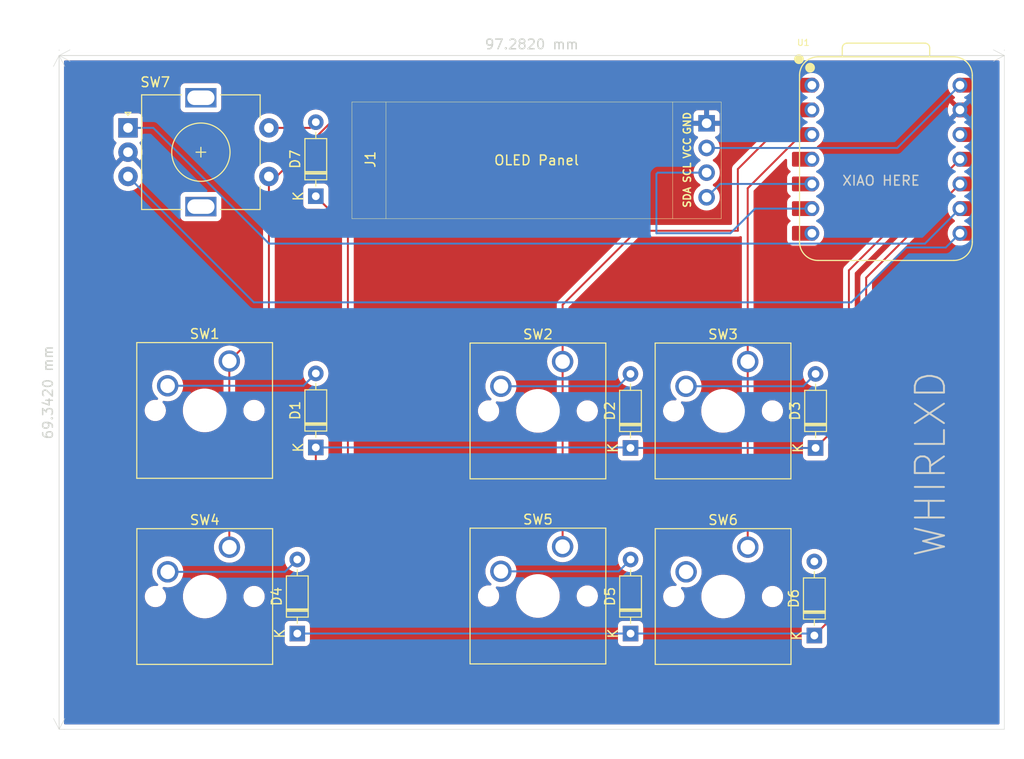
<source format=kicad_pcb>
(kicad_pcb (version 20240108) (generator "pcbnew") (generator_version "8.0")
  (layers (0 "F.Cu" signal) (31 "B.Cu" signal) (34 "B.Paste" user) (35 "F.Paste" user) (36 "B.SilkS" user "B.Silkscreen") (37 "F.SilkS" user "F.Silkscreen") (38 "B.Mask" user) (39 "F.Mask" user) (44 "Edge.Cuts" user))
  (net 0 "")
  (net 1 "R1")
  (net 2 "Net-(D1-A)")
  (net 3 "Net-(D2-A)")
  (net 4 "Net-(D3-A)")
  (net 5 "R2")
  (net 6 "Net-(D4-A)")
  (net 7 "Net-(D5-A)")
  (net 8 "Net-(D6-A)")
  (net 9 "Net-(D7-A)")
  (net 10 "C1")
  (net 11 "C2")
  (net 12 "C3")
  (net 13 "E2")
  (net 14 "E1")
  (net 15 "GND")
  (net 16 "SDA")
  (net 17 "+5V")
  (net 18 "SCL")
  (footprint "Diode_THT:D_DO-35_SOD27_P7.62mm_Horizontal" (layer "F.Cu") (at 109.855 118.16 90)
    (property "Reference" "D4" (at 3.81 -2.12 90) (layer "F.SilkS"))
    (property "Value" "D")
    (fp_line (start 5.93 -1.12) (end 1.69 -1.12) (stroke (width 0.12)) (layer "F.SilkS"))
    (fp_line (start 2.53 -1.12) (end 2.53 1.12) (stroke (width 0.12)) (layer "F.SilkS"))
    (fp_line (start 2.41 -1.12) (end 2.41 1.12) (stroke (width 0.12)) (layer "F.SilkS"))
    (fp_line (start 2.29 -1.12) (end 2.29 1.12) (stroke (width 0.12)) (layer "F.SilkS"))
    (fp_line (start 1.69 -1.12) (end 1.69 1.12) (stroke (width 0.12)) (layer "F.SilkS"))
    (fp_line (start 6.58 0) (end 5.93 0) (stroke (width 0.12)) (layer "F.SilkS"))
    (fp_line (start 1.04 0) (end 1.69 0) (stroke (width 0.12)) (layer "F.SilkS"))
    (fp_line (start 5.93 1.12) (end 5.93 -1.12) (stroke (width 0.12)) (layer "F.SilkS"))
    (fp_line (start 1.69 1.12) (end 5.93 1.12) (stroke (width 0.12)) (layer "F.SilkS"))
    (fp_text user "K" (at 0 -1.8 90) (layer "F.SilkS"))
    (pad "1" thru_hole rect (at 0 0 90) (size 1.6 1.6) (drill 0.8) (layers "*.Cu" "*.Mask") (net 5 "R2"))
    (pad "2" thru_hole oval (at 7.62 0 90) (size 1.6 1.6) (drill 0.8) (layers "*.Cu" "*.Mask") (net 6 "Net-(D4-A)"))
  )
  (footprint "Diode_THT:D_DO-35_SOD27_P7.62mm_Horizontal" (layer "F.Cu") (at 111.76 73.152 90)
    (property "Reference" "D7" (at 3.81 -2.12 90) (layer "F.SilkS"))
    (property "Value" "D")
    (fp_line (start 5.93 -1.12) (end 1.69 -1.12) (stroke (width 0.12)) (layer "F.SilkS"))
    (fp_line (start 2.53 -1.12) (end 2.53 1.12) (stroke (width 0.12)) (layer "F.SilkS"))
    (fp_line (start 2.41 -1.12) (end 2.41 1.12) (stroke (width 0.12)) (layer "F.SilkS"))
    (fp_line (start 2.29 -1.12) (end 2.29 1.12) (stroke (width 0.12)) (layer "F.SilkS"))
    (fp_line (start 1.69 -1.12) (end 1.69 1.12) (stroke (width 0.12)) (layer "F.SilkS"))
    (fp_line (start 6.58 0) (end 5.93 0) (stroke (width 0.12)) (layer "F.SilkS"))
    (fp_line (start 1.04 0) (end 1.69 0) (stroke (width 0.12)) (layer "F.SilkS"))
    (fp_line (start 5.93 1.12) (end 5.93 -1.12) (stroke (width 0.12)) (layer "F.SilkS"))
    (fp_line (start 1.69 1.12) (end 5.93 1.12) (stroke (width 0.12)) (layer "F.SilkS"))
    (fp_text user "K" (at 0 -1.8 90) (layer "F.SilkS"))
    (pad "1" thru_hole rect (at 0 0 90) (size 1.6 1.6) (drill 0.8) (layers "*.Cu" "*.Mask") (net 1 "R1"))
    (pad "2" thru_hole oval (at 7.62 0 90) (size 1.6 1.6) (drill 0.8) (layers "*.Cu" "*.Mask") (net 9 "Net-(D7-A)"))
  )
  (footprint "Diode_THT:D_DO-35_SOD27_P7.62mm_Horizontal" (layer "F.Cu") (at 163.195 99.06 90)
    (property "Reference" "D3" (at 3.81 -2.12 90) (layer "F.SilkS"))
    (property "Value" "D")
    (fp_line (start 5.93 -1.12) (end 1.69 -1.12) (stroke (width 0.12)) (layer "F.SilkS"))
    (fp_line (start 2.53 -1.12) (end 2.53 1.12) (stroke (width 0.12)) (layer "F.SilkS"))
    (fp_line (start 2.41 -1.12) (end 2.41 1.12) (stroke (width 0.12)) (layer "F.SilkS"))
    (fp_line (start 2.29 -1.12) (end 2.29 1.12) (stroke (width 0.12)) (layer "F.SilkS"))
    (fp_line (start 1.69 -1.12) (end 1.69 1.12) (stroke (width 0.12)) (layer "F.SilkS"))
    (fp_line (start 6.58 0) (end 5.93 0) (stroke (width 0.12)) (layer "F.SilkS"))
    (fp_line (start 1.04 0) (end 1.69 0) (stroke (width 0.12)) (layer "F.SilkS"))
    (fp_line (start 5.93 1.12) (end 5.93 -1.12) (stroke (width 0.12)) (layer "F.SilkS"))
    (fp_line (start 1.69 1.12) (end 5.93 1.12) (stroke (width 0.12)) (layer "F.SilkS"))
    (fp_text user "K" (at 0 -1.8 90) (layer "F.SilkS"))
    (pad "1" thru_hole rect (at 0 0 90) (size 1.6 1.6) (drill 0.8) (layers "*.Cu" "*.Mask") (net 1 "R1"))
    (pad "2" thru_hole oval (at 7.62 0 90) (size 1.6 1.6) (drill 0.8) (layers "*.Cu" "*.Mask") (net 4 "Net-(D3-A)"))
  )
  (footprint "Button_Switch_Keyboard:SW_Cherry_MX_1.00u_PCB" (layer "F.Cu") (at 102.86 90.12)
    (property "Reference" "SW1" (at -2.54 -2.794 0) (layer "F.SilkS"))
    (property "Value" "SW_Push")
    (fp_line (start -9.525 -1.905) (end 4.445 -1.905) (stroke (width 0.12)) (layer "F.SilkS"))
    (fp_line (start -9.525 12.065) (end -9.525 -1.905) (stroke (width 0.12)) (layer "F.SilkS"))
    (fp_line (start 4.445 -1.905) (end 4.445 12.065) (stroke (width 0.12)) (layer "F.SilkS"))
    (fp_line (start 4.445 12.065) (end -9.525 12.065) (stroke (width 0.12)) (layer "F.SilkS"))
    (pad "" np_thru_hole circle (at -7.62 5.08) (size 1.7 1.7) (drill 1.7) (layers "*.Cu" "*.Mask"))
    (pad "" np_thru_hole circle (at -2.54 5.08) (size 4 4) (drill 4) (layers "*.Cu" "*.Mask"))
    (pad "" np_thru_hole circle (at 2.54 5.08) (size 1.7 1.7) (drill 1.7) (layers "*.Cu" "*.Mask"))
    (pad "1" thru_hole circle (at 0 0) (size 2.2 2.2) (drill 1.5) (layers "*.Cu" "*.Mask") (net 10 "C1"))
    (pad "2" thru_hole circle (at -6.35 2.54) (size 2.2 2.2) (drill 1.5) (layers "*.Cu" "*.Mask") (net 2 "Net-(D1-A)"))
  )
  (footprint "Button_Switch_Keyboard:SW_Cherry_MX_1.00u_PCB" (layer "F.Cu") (at 102.87 109.27)
    (property "Reference" "SW4" (at -2.54 -2.794 0) (layer "F.SilkS"))
    (property "Value" "SW_Push")
    (fp_line (start -9.525 -1.905) (end 4.445 -1.905) (stroke (width 0.12)) (layer "F.SilkS"))
    (fp_line (start -9.525 12.065) (end -9.525 -1.905) (stroke (width 0.12)) (layer "F.SilkS"))
    (fp_line (start 4.445 -1.905) (end 4.445 12.065) (stroke (width 0.12)) (layer "F.SilkS"))
    (fp_line (start 4.445 12.065) (end -9.525 12.065) (stroke (width 0.12)) (layer "F.SilkS"))
    (pad "" np_thru_hole circle (at -7.62 5.08) (size 1.7 1.7) (drill 1.7) (layers "*.Cu" "*.Mask"))
    (pad "" np_thru_hole circle (at -2.54 5.08) (size 4 4) (drill 4) (layers "*.Cu" "*.Mask"))
    (pad "" np_thru_hole circle (at 2.54 5.08) (size 1.7 1.7) (drill 1.7) (layers "*.Cu" "*.Mask"))
    (pad "1" thru_hole circle (at 0 0) (size 2.2 2.2) (drill 1.5) (layers "*.Cu" "*.Mask") (net 10 "C1"))
    (pad "2" thru_hole circle (at -6.35 2.54) (size 2.2 2.2) (drill 1.5) (layers "*.Cu" "*.Mask") (net 6 "Net-(D4-A)"))
  )
  (footprint "Diode_THT:D_DO-35_SOD27_P7.62mm_Horizontal" (layer "F.Cu") (at 111.76 99.01 90)
    (property "Reference" "D1" (at 3.81 -2.12 90) (layer "F.SilkS"))
    (property "Value" "D")
    (fp_line (start 5.93 -1.12) (end 1.69 -1.12) (stroke (width 0.12)) (layer "F.SilkS"))
    (fp_line (start 2.53 -1.12) (end 2.53 1.12) (stroke (width 0.12)) (layer "F.SilkS"))
    (fp_line (start 2.41 -1.12) (end 2.41 1.12) (stroke (width 0.12)) (layer "F.SilkS"))
    (fp_line (start 2.29 -1.12) (end 2.29 1.12) (stroke (width 0.12)) (layer "F.SilkS"))
    (fp_line (start 1.69 -1.12) (end 1.69 1.12) (stroke (width 0.12)) (layer "F.SilkS"))
    (fp_line (start 6.58 0) (end 5.93 0) (stroke (width 0.12)) (layer "F.SilkS"))
    (fp_line (start 1.04 0) (end 1.69 0) (stroke (width 0.12)) (layer "F.SilkS"))
    (fp_line (start 5.93 1.12) (end 5.93 -1.12) (stroke (width 0.12)) (layer "F.SilkS"))
    (fp_line (start 1.69 1.12) (end 5.93 1.12) (stroke (width 0.12)) (layer "F.SilkS"))
    (fp_text user "K" (at 0 -1.8 90) (layer "F.SilkS"))
    (pad "1" thru_hole rect (at 0 0 90) (size 1.6 1.6) (drill 0.8) (layers "*.Cu" "*.Mask") (net 1 "R1"))
    (pad "2" thru_hole oval (at 7.62 0 90) (size 1.6 1.6) (drill 0.8) (layers "*.Cu" "*.Mask") (net 2 "Net-(D1-A)"))
  )
  (footprint "ScottoKeebs_Miscellaneous:SSD1306-0.91-OLED-4pin-128x32 (2)" (layer "F.Cu") (at 115.481 63.457)
    (property "Reference" "J1" (at 1.9 5.91 90) (layer "F.SilkS"))
    (property "Value" "OLED_128x32")
    (fp_line (start 0 0) (end 0 12) (stroke (width 0.04)) (layer "F.SilkS"))
    (fp_line (start 0 12) (end 38 12) (stroke (width 0.04)) (layer "F.SilkS"))
    (fp_line (start 3.5 0) (end 3.5 12) (stroke (width 0.04)) (layer "F.SilkS"))
    (fp_line (start 33 0) (end 33 12) (stroke (width 0.04)) (layer "F.SilkS"))
    (fp_line (start 38 0) (end 0 0) (stroke (width 0.04)) (layer "F.SilkS"))
    (fp_line (start 38 12) (end 38 0) (stroke (width 0.04)) (layer "F.SilkS"))
    (fp_text user "SCL" (at 34.5 7.27 -90) (layer "F.SilkS") (effects (font (size 0.75 0.75))))
    (fp_text user "VCC" (at 34.5 4.73 -90) (layer "F.SilkS") (effects (font (size 0.75 0.75))))
    (fp_text user "GND" (at 34.5 2.19 -90) (layer "F.SilkS") (effects (font (size 0.75 0.75))))
    (fp_text user "OLED Panel" (at 19 6 0) (layer "F.SilkS"))
    (fp_text user "SDA" (at 34.5 9.81 -90) (layer "F.SilkS") (effects (font (size 0.75 0.75))))
    (pad "1" thru_hole rect (at 36.5 2.19) (size 1.7 1.7) (drill 1) (layers "*.Cu" "*.Mask") (net 15 "GND"))
    (pad "2" thru_hole oval (at 36.5 4.73) (size 1.7 1.7) (drill 1) (layers "*.Cu" "*.Mask") (net 17 "+5V"))
    (pad "3" thru_hole oval (at 36.5 7.27) (size 1.7 1.7) (drill 1) (layers "*.Cu" "*.Mask") (net 18 "SCL"))
    (pad "4" thru_hole oval (at 36.5 9.81) (size 1.7 1.7) (drill 1) (layers "*.Cu" "*.Mask") (net 16 "SDA"))
  )
  (footprint "Diode_THT:D_DO-35_SOD27_P7.62mm_Horizontal" (layer "F.Cu") (at 163.068 118.364 90)
    (property "Reference" "D6" (at 3.81 -2.12 90) (layer "F.SilkS"))
    (property "Value" "D")
    (fp_line (start 5.93 -1.12) (end 1.69 -1.12) (stroke (width 0.12)) (layer "F.SilkS"))
    (fp_line (start 2.53 -1.12) (end 2.53 1.12) (stroke (width 0.12)) (layer "F.SilkS"))
    (fp_line (start 2.41 -1.12) (end 2.41 1.12) (stroke (width 0.12)) (layer "F.SilkS"))
    (fp_line (start 2.29 -1.12) (end 2.29 1.12) (stroke (width 0.12)) (layer "F.SilkS"))
    (fp_line (start 1.69 -1.12) (end 1.69 1.12) (stroke (width 0.12)) (layer "F.SilkS"))
    (fp_line (start 6.58 0) (end 5.93 0) (stroke (width 0.12)) (layer "F.SilkS"))
    (fp_line (start 1.04 0) (end 1.69 0) (stroke (width 0.12)) (layer "F.SilkS"))
    (fp_line (start 5.93 1.12) (end 5.93 -1.12) (stroke (width 0.12)) (layer "F.SilkS"))
    (fp_line (start 1.69 1.12) (end 5.93 1.12) (stroke (width 0.12)) (layer "F.SilkS"))
    (fp_text user "K" (at 0 -1.8 90) (layer "F.SilkS"))
    (pad "1" thru_hole rect (at 0 0 90) (size 1.6 1.6) (drill 0.8) (layers "*.Cu" "*.Mask") (net 5 "R2"))
    (pad "2" thru_hole oval (at 7.62 0 90) (size 1.6 1.6) (drill 0.8) (layers "*.Cu" "*.Mask") (net 8 "Net-(D6-A)"))
  )
  (footprint "Button_Switch_Keyboard:SW_Cherry_MX_1.00u_PCB" (layer "F.Cu") (at 137.16 90.17)
    (property "Reference" "SW2" (at -2.54 -2.794 0) (layer "F.SilkS"))
    (property "Value" "SW_Push")
    (fp_line (start -9.525 -1.905) (end 4.445 -1.905) (stroke (width 0.12)) (layer "F.SilkS"))
    (fp_line (start -9.525 12.065) (end -9.525 -1.905) (stroke (width 0.12)) (layer "F.SilkS"))
    (fp_line (start 4.445 -1.905) (end 4.445 12.065) (stroke (width 0.12)) (layer "F.SilkS"))
    (fp_line (start 4.445 12.065) (end -9.525 12.065) (stroke (width 0.12)) (layer "F.SilkS"))
    (pad "" np_thru_hole circle (at -7.62 5.08) (size 1.7 1.7) (drill 1.7) (layers "*.Cu" "*.Mask"))
    (pad "" np_thru_hole circle (at -2.54 5.08) (size 4 4) (drill 4) (layers "*.Cu" "*.Mask"))
    (pad "" np_thru_hole circle (at 2.54 5.08) (size 1.7 1.7) (drill 1.7) (layers "*.Cu" "*.Mask"))
    (pad "1" thru_hole circle (at 0 0) (size 2.2 2.2) (drill 1.5) (layers "*.Cu" "*.Mask") (net 11 "C2"))
    (pad "2" thru_hole circle (at -6.35 2.54) (size 2.2 2.2) (drill 1.5) (layers "*.Cu" "*.Mask") (net 3 "Net-(D2-A)"))
  )
  (footprint "Diode_THT:D_DO-35_SOD27_P7.62mm_Horizontal" (layer "F.Cu") (at 144.155 118.16 90)
    (property "Reference" "D5" (at 3.81 -2.12 90) (layer "F.SilkS"))
    (property "Value" "D")
    (fp_line (start 5.93 -1.12) (end 1.69 -1.12) (stroke (width 0.12)) (layer "F.SilkS"))
    (fp_line (start 2.53 -1.12) (end 2.53 1.12) (stroke (width 0.12)) (layer "F.SilkS"))
    (fp_line (start 2.41 -1.12) (end 2.41 1.12) (stroke (width 0.12)) (layer "F.SilkS"))
    (fp_line (start 2.29 -1.12) (end 2.29 1.12) (stroke (width 0.12)) (layer "F.SilkS"))
    (fp_line (start 1.69 -1.12) (end 1.69 1.12) (stroke (width 0.12)) (layer "F.SilkS"))
    (fp_line (start 6.58 0) (end 5.93 0) (stroke (width 0.12)) (layer "F.SilkS"))
    (fp_line (start 1.04 0) (end 1.69 0) (stroke (width 0.12)) (layer "F.SilkS"))
    (fp_line (start 5.93 1.12) (end 5.93 -1.12) (stroke (width 0.12)) (layer "F.SilkS"))
    (fp_line (start 1.69 1.12) (end 5.93 1.12) (stroke (width 0.12)) (layer "F.SilkS"))
    (fp_text user "K" (at 0 -1.8 90) (layer "F.SilkS"))
    (pad "1" thru_hole rect (at 0 0 90) (size 1.6 1.6) (drill 0.8) (layers "*.Cu" "*.Mask") (net 5 "R2"))
    (pad "2" thru_hole oval (at 7.62 0 90) (size 1.6 1.6) (drill 0.8) (layers "*.Cu" "*.Mask") (net 7 "Net-(D5-A)"))
  )
  (footprint "Button_Switch_Keyboard:SW_Cherry_MX_1.00u_PCB" (layer "F.Cu") (at 156.22 109.27)
    (property "Reference" "SW6" (at -2.54 -2.794 0) (layer "F.SilkS"))
    (property "Value" "SW_Push")
    (fp_line (start -9.525 -1.905) (end 4.445 -1.905) (stroke (width 0.12)) (layer "F.SilkS"))
    (fp_line (start -9.525 12.065) (end -9.525 -1.905) (stroke (width 0.12)) (layer "F.SilkS"))
    (fp_line (start 4.445 -1.905) (end 4.445 12.065) (stroke (width 0.12)) (layer "F.SilkS"))
    (fp_line (start 4.445 12.065) (end -9.525 12.065) (stroke (width 0.12)) (layer "F.SilkS"))
    (pad "" np_thru_hole circle (at -7.62 5.08) (size 1.7 1.7) (drill 1.7) (layers "*.Cu" "*.Mask"))
    (pad "" np_thru_hole circle (at -2.54 5.08) (size 4 4) (drill 4) (layers "*.Cu" "*.Mask"))
    (pad "" np_thru_hole circle (at 2.54 5.08) (size 1.7 1.7) (drill 1.7) (layers "*.Cu" "*.Mask"))
    (pad "1" thru_hole circle (at 0 0) (size 2.2 2.2) (drill 1.5) (layers "*.Cu" "*.Mask") (net 12 "C3"))
    (pad "2" thru_hole circle (at -6.35 2.54) (size 2.2 2.2) (drill 1.5) (layers "*.Cu" "*.Mask") (net 8 "Net-(D6-A)"))
  )
  (footprint "Rotary_Encoder:RotaryEncoder_Alps_EC11E-Switch_Vertical_H20mm" (layer "F.Cu") (at 92.434 66.12)
    (property "Reference" "SW7" (at 2.8 -4.7 0) (layer "F.SilkS"))
    (property "Value" "RotaryEncoder_Switch")
    (fp_line (start -0.3 -1.6) (end 0.3 -1.6) (stroke (width 0.12)) (layer "F.SilkS"))
    (fp_line (start 0 -1.3) (end -0.3 -1.6) (stroke (width 0.12)) (layer "F.SilkS"))
    (fp_line (start 0.3 -1.6) (end 0 -1.3) (stroke (width 0.12)) (layer "F.SilkS"))
    (fp_line (start 1.4 -3.4) (end 1.4 8.4) (stroke (width 0.12)) (layer "F.SilkS"))
    (fp_line (start 5.5 -3.4) (end 1.4 -3.4) (stroke (width 0.12)) (layer "F.SilkS"))
    (fp_line (start 5.5 8.4) (end 1.4 8.4) (stroke (width 0.12)) (layer "F.SilkS"))
    (fp_line (start 7 2.5) (end 8 2.5) (stroke (width 0.12)) (layer "F.SilkS"))
    (fp_line (start 7.5 2) (end 7.5 3) (stroke (width 0.12)) (layer "F.SilkS"))
    (fp_line (start 9.5 -3.4) (end 13.6 -3.4) (stroke (width 0.12)) (layer "F.SilkS"))
    (fp_line (start 13.6 -3.4) (end 13.6 -1) (stroke (width 0.12)) (layer "F.SilkS"))
    (fp_line (start 13.6 1.2) (end 13.6 3.8) (stroke (width 0.12)) (layer "F.SilkS"))
    (fp_line (start 13.6 6) (end 13.6 8.4) (stroke (width 0.12)) (layer "F.SilkS"))
    (fp_line (start 13.6 8.4) (end 9.5 8.4) (stroke (width 0.12)) (layer "F.SilkS"))
    (fp_circle (center 7.5 2.5) (end 10.5 2.5) (stroke (width 0.12)) (fill none) (layer "F.SilkS"))
    (pad "A" thru_hole rect (at 0 0) (size 2 2) (drill 1) (layers "*.Cu" "*.Mask") (net 14 "E1"))
    (pad "B" thru_hole circle (at 0 5) (size 2 2) (drill 1) (layers "*.Cu" "*.Mask") (net 13 "E2"))
    (pad "C" thru_hole circle (at 0 2.5) (size 2 2) (drill 1) (layers "*.Cu" "*.Mask") (net 15 "GND"))
    (pad "MP" thru_hole rect (at 7.5 -3.1) (size 3.2 2) (drill oval 2.8 1.5) (layers "*.Cu" "*.Mask"))
    (pad "MP" thru_hole rect (at 7.5 8.1) (size 3.2 2) (drill oval 2.8 1.5) (layers "*.Cu" "*.Mask"))
    (pad "S1" thru_hole circle (at 14.5 5) (size 2 2) (drill 1) (layers "*.Cu" "*.Mask") (net 10 "C1"))
    (pad "S2" thru_hole circle (at 14.5 0) (size 2 2) (drill 1) (layers "*.Cu" "*.Mask") (net 9 "Net-(D7-A)"))
  )
  (footprint "Button_Switch_Keyboard:SW_Cherry_MX_1.00u_PCB" (layer "F.Cu") (at 156.21 90.17)
    (property "Reference" "SW3" (at -2.54 -2.794 0) (layer "F.SilkS"))
    (property "Value" "SW_Push")
    (fp_line (start -9.525 -1.905) (end 4.445 -1.905) (stroke (width 0.12)) (layer "F.SilkS"))
    (fp_line (start -9.525 12.065) (end -9.525 -1.905) (stroke (width 0.12)) (layer "F.SilkS"))
    (fp_line (start 4.445 -1.905) (end 4.445 12.065) (stroke (width 0.12)) (layer "F.SilkS"))
    (fp_line (start 4.445 12.065) (end -9.525 12.065) (stroke (width 0.12)) (layer "F.SilkS"))
    (pad "" np_thru_hole circle (at -7.62 5.08) (size 1.7 1.7) (drill 1.7) (layers "*.Cu" "*.Mask"))
    (pad "" np_thru_hole circle (at -2.54 5.08) (size 4 4) (drill 4) (layers "*.Cu" "*.Mask"))
    (pad "" np_thru_hole circle (at 2.54 5.08) (size 1.7 1.7) (drill 1.7) (layers "*.Cu" "*.Mask"))
    (pad "1" thru_hole circle (at 0 0) (size 2.2 2.2) (drill 1.5) (layers "*.Cu" "*.Mask") (net 12 "C3"))
    (pad "2" thru_hole circle (at -6.35 2.54) (size 2.2 2.2) (drill 1.5) (layers "*.Cu" "*.Mask") (net 4 "Net-(D3-A)"))
  )
  (footprint "Button_Switch_Keyboard:SW_Cherry_MX_1.00u_PCB" (layer "F.Cu") (at 137.16 109.22)
    (property "Reference" "SW5" (at -2.54 -2.794 0) (layer "F.SilkS"))
    (property "Value" "SW_Push")
    (fp_line (start -9.525 -1.905) (end 4.445 -1.905) (stroke (width 0.12)) (layer "F.SilkS"))
    (fp_line (start -9.525 12.065) (end -9.525 -1.905) (stroke (width 0.12)) (layer "F.SilkS"))
    (fp_line (start 4.445 -1.905) (end 4.445 12.065) (stroke (width 0.12)) (layer "F.SilkS"))
    (fp_line (start 4.445 12.065) (end -9.525 12.065) (stroke (width 0.12)) (layer "F.SilkS"))
    (pad "" np_thru_hole circle (at -7.62 5.08) (size 1.7 1.7) (drill 1.7) (layers "*.Cu" "*.Mask"))
    (pad "" np_thru_hole circle (at -2.54 5.08) (size 4 4) (drill 4) (layers "*.Cu" "*.Mask"))
    (pad "" np_thru_hole circle (at 2.54 5.08) (size 1.7 1.7) (drill 1.7) (layers "*.Cu" "*.Mask"))
    (pad "1" thru_hole circle (at 0 0) (size 2.2 2.2) (drill 1.5) (layers "*.Cu" "*.Mask") (net 11 "C2"))
    (pad "2" thru_hole circle (at -6.35 2.54) (size 2.2 2.2) (drill 1.5) (layers "*.Cu" "*.Mask") (net 7 "Net-(D5-A)"))
  )
  (footprint "ScottoKeebs_Miscellaneous:XIAO-RP2040-DIP" (layer "F.Cu") (at 170.434 69.3485)
    (property "Reference" "U1" (at -8.5 -12 0) (layer "F.SilkS") (effects (font (size 0.635 0.635) (thickness 0.1016))))
    (property "Value" "MCU_Seeed_XIAO_RP2040")
    (fp_line (start -8.89 8.509) (end -8.89 -8.636) (stroke (width 0.127)) (layer "F.SilkS"))
    (fp_line (start -6.985 10.414) (end 6.985 10.414) (stroke (width 0.127)) (layer "F.SilkS"))
    (fp_line (start -4.495 -10.541) (end -4.491272 -11.451272) (stroke (width 0.127)) (layer "F.SilkS"))
    (fp_line (start -3.991272 -11.951) (end 4.004 -11.951) (stroke (width 0.127)) (layer "F.SilkS"))
    (fp_line (start 4.504 -11.451) (end 4.504 -10.541) (stroke (width 0.127)) (layer "F.SilkS"))
    (fp_line (start 6.985 -10.541) (end -6.985 -10.541) (stroke (width 0.1)) (layer "F.SilkS"))
    (fp_line (start 6.985 -10.541) (end -6.985 -10.541) (stroke (width 0.127)) (layer "F.SilkS"))
    (fp_line (start 8.89 8.509) (end 8.89 -8.636) (stroke (width 0.127)) (layer "F.SilkS"))
    (fp_arc (start -8.89 -8.636) (mid -8.332038 -9.983038) (end -6.985 -10.541) (stroke (width 0.127)) (layer "F.SilkS"))
    (fp_arc (start -6.985 10.414) (mid -8.332038 9.856038) (end -8.89 8.509) (stroke (width 0.127)) (layer "F.SilkS"))
    (fp_arc (start -4.491272 -11.451272) (mid -4.344724 -11.804644) (end -3.991272 -11.951) (stroke (width 0.127)) (layer "F.SilkS"))
    (fp_arc (start 4.004 -11.951) (mid 4.357553 -11.804553) (end 4.504 -11.451) (stroke (width 0.127)) (layer "F.SilkS"))
    (fp_arc (start 6.985 -10.541) (mid 8.332038 -9.983038) (end 8.89 -8.636) (stroke (width 0.127)) (layer "F.SilkS"))
    (fp_arc (start 8.89 8.509) (mid 8.332038 9.856038) (end 6.985 10.414) (stroke (width 0.127)) (layer "F.SilkS"))
    (fp_circle (center -8.95 -10.3) (end -8.95 -10.554) (stroke (width 0.5)) (fill solid) (layer "F.SilkS"))
    (fp_circle (center -7.807 -9.42) (end -7.807 -9.674) (stroke (width 0.5)) (fill solid) (layer "F.SilkS"))
    (pad "1" smd roundrect (at -8.455 -7.62 180) (size 2.432 1.524) (layers "F.Cu" "F.Mask") (roundrect_rratio 0.1) (net 10 "C1"))
    (pad "1" thru_hole circle (at -7.62 -7.62 180) (size 1.524 1.524) (drill 0.889) (layers "*.Cu" "*.Mask") (net 10 "C1"))
    (pad "2" smd roundrect (at -8.455 -5.08 180) (size 2.432 1.524) (layers "F.Cu" "F.Mask") (roundrect_rratio 0.1) (net 11 "C2"))
    (pad "2" thru_hole circle (at -7.62 -5.08 180) (size 1.524 1.524) (drill 0.889) (layers "*.Cu" "*.Mask") (net 11 "C2"))
    (pad "3" smd roundrect (at -8.455 -2.54 180) (size 2.432 1.524) (layers "F.Cu" "F.Mask") (roundrect_rratio 0.1) (net 12 "C3"))
    (pad "3" thru_hole circle (at -7.62 -2.54 180) (size 1.524 1.524) (drill 0.889) (layers "*.Cu" "*.Mask") (net 12 "C3"))
    (pad "4" smd roundrect (at -8.455 0 180) (size 2.432 1.524) (layers "F.Cu" "F.Mask") (roundrect_rratio 0.1))
    (pad "4" thru_hole circle (at -7.62 0 180) (size 1.524 1.524) (drill 0.889) (layers "*.Cu" "*.Mask"))
    (pad "5" smd roundrect (at -8.455 2.54 180) (size 2.432 1.524) (layers "F.Cu" "F.Mask") (roundrect_rratio 0.1) (net 16 "SDA"))
    (pad "5" thru_hole circle (at -7.62 2.54 180) (size 1.524 1.524) (drill 0.889) (layers "*.Cu" "*.Mask") (net 16 "SDA"))
    (pad "6" smd roundrect (at -8.455 5.08 180) (size 2.432 1.524) (layers "F.Cu" "F.Mask") (roundrect_rratio 0.1) (net 18 "SCL"))
    (pad "6" thru_hole circle (at -7.62 5.08 180) (size 1.524 1.524) (drill 0.889) (layers "*.Cu" "*.Mask") (net 18 "SCL"))
    (pad "7" smd roundrect (at -8.455 7.62 180) (size 2.432 1.524) (layers "F.Cu" "F.Mask") (roundrect_rratio 0.1))
    (pad "7" thru_hole circle (at -7.62 7.62 180) (size 1.524 1.524) (drill 0.889) (layers "*.Cu" "*.Mask"))
    (pad "8" thru_hole circle (at 7.62 7.62) (size 1.524 1.524) (drill 0.889) (layers "*.Cu" "*.Mask") (net 13 "E2"))
    (pad "8" smd roundrect (at 8.455 7.62) (size 2.432 1.524) (layers "F.Cu" "F.Mask") (roundrect_rratio 0.1) (net 13 "E2"))
    (pad "9" thru_hole circle (at 7.62 5.08) (size 1.524 1.524) (drill 0.889) (layers "*.Cu" "*.Mask") (net 14 "E1"))
    (pad "9" smd roundrect (at 8.455 5.08) (size 2.432 1.524) (layers "F.Cu" "F.Mask") (roundrect_rratio 0.1) (net 14 "E1"))
    (pad "10" thru_hole circle (at 7.62 2.54) (size 1.524 1.524) (drill 0.889) (layers "*.Cu" "*.Mask") (net 5 "R2"))
    (pad "10" smd roundrect (at 8.455 2.54) (size 2.432 1.524) (layers "F.Cu" "F.Mask") (roundrect_rratio 0.1) (net 5 "R2"))
    (pad "11" thru_hole circle (at 7.62 0) (size 1.524 1.524) (drill 0.889) (layers "*.Cu" "*.Mask") (net 1 "R1"))
    (pad "11" smd roundrect (at 8.455 0) (size 2.432 1.524) (layers "F.Cu" "F.Mask") (roundrect_rratio 0.1) (net 1 "R1"))
    (pad "12" thru_hole circle (at 7.62 -2.54) (size 1.524 1.524) (drill 0.889) (layers "*.Cu" "*.Mask"))
    (pad "12" smd roundrect (at 8.455 -2.54) (size 2.432 1.524) (layers "F.Cu" "F.Mask") (roundrect_rratio 0.1))
    (pad "13" thru_hole circle (at 7.62 -5.08) (size 1.524 1.524) (drill 0.889) (layers "*.Cu" "*.Mask") (net 15 "GND"))
    (pad "13" smd roundrect (at 8.455 -5.08) (size 2.432 1.524) (layers "F.Cu" "F.Mask") (roundrect_rratio 0.1) (net 15 "GND"))
    (pad "14" thru_hole circle (at 7.62 -7.62) (size 1.524 1.524) (drill 0.889) (layers "*.Cu" "*.Mask") (net 17 "+5V"))
    (pad "14" smd roundrect (at 8.455 -7.62) (size 2.432 1.524) (layers "F.Cu" "F.Mask") (roundrect_rratio 0.1) (net 17 "+5V"))
  )
  (footprint "Diode_THT:D_DO-35_SOD27_P7.62mm_Horizontal" (layer "F.Cu") (at 144.145 99.06 90)
    (property "Reference" "D2" (at 3.81 -2.12 90) (layer "F.SilkS"))
    (property "Value" "D")
    (fp_line (start 5.93 -1.12) (end 1.69 -1.12) (stroke (width 0.12)) (layer "F.SilkS"))
    (fp_line (start 2.53 -1.12) (end 2.53 1.12) (stroke (width 0.12)) (layer "F.SilkS"))
    (fp_line (start 2.41 -1.12) (end 2.41 1.12) (stroke (width 0.12)) (layer "F.SilkS"))
    (fp_line (start 2.29 -1.12) (end 2.29 1.12) (stroke (width 0.12)) (layer "F.SilkS"))
    (fp_line (start 1.69 -1.12) (end 1.69 1.12) (stroke (width 0.12)) (layer "F.SilkS"))
    (fp_line (start 6.58 0) (end 5.93 0) (stroke (width 0.12)) (layer "F.SilkS"))
    (fp_line (start 1.04 0) (end 1.69 0) (stroke (width 0.12)) (layer "F.SilkS"))
    (fp_line (start 5.93 1.12) (end 5.93 -1.12) (stroke (width 0.12)) (layer "F.SilkS"))
    (fp_line (start 1.69 1.12) (end 5.93 1.12) (stroke (width 0.12)) (layer "F.SilkS"))
    (fp_text user "K" (at 0 -1.8 90) (layer "F.SilkS"))
    (pad "1" thru_hole rect (at 0 0 90) (size 1.6 1.6) (drill 0.8) (layers "*.Cu" "*.Mask") (net 1 "R1"))
    (pad "2" thru_hole oval (at 7.62 0 90) (size 1.6 1.6) (drill 0.8) (layers "*.Cu" "*.Mask") (net 3 "Net-(D2-A)"))
  )
  (gr_rect (start 85.344 58.674) (end 182.626 128.016) (stroke (width 0.05)) (fill none) (layer "Edge.Cuts"))
  (gr_text "XIAO HERE" (at 165.862 72.136 0) (layer "Edge.Cuts") (effects (font (size 1 1)) (justify left bottom)))
  (gr_text "WHIRLXD" (at 176.784 110.49 90) (layer "Edge.Cuts") (effects (font (size 3 3) (thickness 0.2) (bold yes)) (justify left bottom)))
  (dimension (type aligned) (layer "Edge.Cuts") (pts (xy 85.344 58.674) (xy 182.626 58.674)) (height 0) (gr_text "97.2820 mm" (at 133.985 57.524 0) (layer "Edge.Cuts") (effects (font (size 1 1) (thickness 0.15)))) (format (prefix "") (suffix "") (units 3) (units_format 1) (precision 4)) (style (thickness 0.05) (arrow_length 1.27) (text_position_mode 0) (extension_height 0.58642) (extension_offset 0.5) keep_text_aligned))
  (dimension (type aligned) (layer "Edge.Cuts") (pts (xy 85.344 58.674) (xy 85.344 128.016)) (height 0) (gr_text "69.3420 mm" (at 84.194 93.345 90) (layer "Edge.Cuts") (effects (font (size 1 1) (thickness 0.15)))) (format (prefix "") (suffix "") (units 3) (units_format 1) (precision 4)) (style (thickness 0.05) (arrow_length 1.27) (text_position_mode 0) (extension_height 0.58642) (extension_offset 0.5) keep_text_aligned))
  (segment (start 111.76 101.346) (end 112.776 102.362) (width 0.2) (layer "F.Cu") (net 1))
  (segment (start 111.76 99.01) (end 111.76 101.346) (width 0.2) (layer "F.Cu") (net 1))
  (segment (start 115.062 76.454) (end 111.76 73.152) (width 0.2) (layer "F.Cu") (net 1))
  (segment (start 163.195 99.06) (end 166.624 95.631) (width 0.2) (layer "F.Cu") (net 1))
  (segment (start 112.776 102.362) (end 114.554 102.362) (width 0.2) (layer "F.Cu") (net 1))
  (segment (start 166.624 80.7785) (end 178.054 69.3485) (width 0.2) (layer "F.Cu") (net 1))
  (segment (start 114.554 102.362) (end 115.062 101.854) (width 0.2) (layer "F.Cu") (net 1))
  (segment (start 115.062 101.854) (end 115.062 76.454) (width 0.2) (layer "F.Cu") (net 1))
  (segment (start 166.624 95.631) (end 166.624 80.7785) (width 0.2) (layer "F.Cu") (net 1))
  (segment (start 144.145 99.06) (end 163.195 99.06) (width 0.2) (layer "B.Cu") (net 1))
  (segment (start 144.095 99.01) (end 144.145 99.06) (width 0.2) (layer "B.Cu") (net 1))
  (segment (start 111.76 99.01) (end 144.095 99.01) (width 0.2) (layer "B.Cu") (net 1))
  (segment (start 110.49 92.66) (end 111.76 91.39) (width 0.2) (layer "B.Cu") (net 2))
  (segment (start 96.51 92.66) (end 110.49 92.66) (width 0.2) (layer "B.Cu") (net 2))
  (segment (start 130.81 92.71) (end 142.875 92.71) (width 0.2) (layer "B.Cu") (net 3))
  (segment (start 142.875 92.71) (end 144.145 91.44) (width 0.2) (layer "B.Cu") (net 3))
  (segment (start 161.925 92.71) (end 163.195 91.44) (width 0.2) (layer "B.Cu") (net 4))
  (segment (start 149.86 92.71) (end 161.925 92.71) (width 0.2) (layer "B.Cu") (net 4))
  (segment (start 168.402 81.5405) (end 178.054 71.8885) (width 0.2) (layer "F.Cu") (net 5))
  (segment (start 168.402 113.03) (end 168.402 81.5405) (width 0.2) (layer "F.Cu") (net 5))
  (segment (start 163.068 118.364) (end 168.402 113.03) (width 0.2) (layer "F.Cu") (net 5))
  (segment (start 109.855 118.16) (end 144.155 118.16) (width 0.2) (layer "B.Cu") (net 5))
  (segment (start 162.864 118.16) (end 163.068 118.364) (width 0.2) (layer "B.Cu") (net 5))
  (segment (start 144.155 118.16) (end 162.864 118.16) (width 0.2) (layer "B.Cu") (net 5))
  (segment (start 108.585 111.81) (end 109.855 110.54) (width 0.2) (layer "B.Cu") (net 6))
  (segment (start 96.52 111.81) (end 108.585 111.81) (width 0.2) (layer "B.Cu") (net 6))
  (segment (start 142.935 111.76) (end 144.155 110.54) (width 0.2) (layer "B.Cu") (net 7))
  (segment (start 130.81 111.76) (end 142.935 111.76) (width 0.2) (layer "B.Cu") (net 7))
  (segment (start 111.172 66.12) (end 111.76 65.532) (width 0.2) (layer "F.Cu") (net 9))
  (segment (start 106.934 66.12) (end 111.172 66.12) (width 0.2) (layer "F.Cu") (net 9))
  (segment (start 117.119135 61.7285) (end 107.727635 71.12) (width 0.2) (layer "F.Cu") (net 10))
  (segment (start 106.934 86.046) (end 102.86 90.12) (width 0.2) (layer "F.Cu") (net 10))
  (segment (start 162.814 61.7285) (end 117.119135 61.7285) (width 0.2) (layer "F.Cu") (net 10))
  (segment (start 102.86 90.12) (end 102.86 109.26) (width 0.2) (layer "F.Cu") (net 10))
  (segment (start 106.934 71.12) (end 106.934 86.046) (width 0.2) (layer "F.Cu") (net 10))
  (segment (start 102.86 109.26) (end 102.87 109.27) (width 0.2) (layer "F.Cu") (net 10))
  (segment (start 107.727635 71.12) (end 106.934 71.12) (width 0.2) (layer "F.Cu") (net 10))
  (segment (start 137.16 84.328) (end 137.16 90.17) (width 0.2) (layer "F.Cu") (net 11))
  (segment (start 155.194 70.358) (end 155.194 76.708) (width 0.2) (layer "F.Cu") (net 11))
  (segment (start 161.73637 64.2685) (end 161.72987 64.262) (width 0.2) (layer "F.Cu") (net 11))
  (segment (start 162.814 64.2685) (end 161.73637 64.2685) (width 0.2) (layer "F.Cu") (net 11))
  (segment (start 137.16 90.17) (end 137.16 109.22) (width 0.2) (layer "F.Cu") (net 11))
  (segment (start 161.29 64.262) (end 155.194 70.358) (width 0.2) (layer "F.Cu") (net 11))
  (segment (start 161.72987 64.262) (end 161.29 64.262) (width 0.2) (layer "F.Cu") (net 11))
  (segment (start 155.194 76.708) (end 144.78 76.708) (width 0.2) (layer "F.Cu") (net 11))
  (segment (start 144.78 76.708) (end 137.16 84.328) (width 0.2) (layer "F.Cu") (net 11))
  (segment (start 156.21 109.26) (end 156.22 109.27) (width 0.2) (layer "F.Cu") (net 12))
  (segment (start 156.21 90.17) (end 156.21 72.33487) (width 0.2) (layer "F.Cu") (net 12))
  (segment (start 156.21 72.33487) (end 161.73637 66.8085) (width 0.2) (layer "F.Cu") (net 12))
  (segment (start 161.73637 66.8085) (end 162.814 66.8085) (width 0.2) (layer "F.Cu") (net 12))
  (segment (start 156.21 90.17) (end 156.21 109.26) (width 0.2) (layer "F.Cu") (net 12))
  (segment (start 105.388 84.074) (end 92.434 71.12) (width 0.2) (layer "B.Cu") (net 13))
  (segment (start 178.054 76.9685) (end 176.592 78.4305) (width 0.2) (layer "B.Cu") (net 13))
  (segment (start 172.5215 78.4305) (end 166.878 84.074) (width 0.2) (layer "B.Cu") (net 13))
  (segment (start 166.878 84.074) (end 105.388 84.074) (width 0.2) (layer "B.Cu") (net 13))
  (segment (start 176.592 78.4305) (end 172.5215 78.4305) (width 0.2) (layer "B.Cu") (net 13))
  (segment (start 106.9445 78.0305) (end 95.034 66.12) (width 0.2) (layer "B.Cu") (net 14))
  (segment (start 95.034 66.12) (end 92.434 66.12) (width 0.2) (layer "B.Cu") (net 14))
  (segment (start 174.452 78.0305) (end 106.9445 78.0305) (width 0.2) (layer "B.Cu") (net 14))
  (segment (start 178.054 74.4285) (end 174.452 78.0305) (width 0.2) (layer "B.Cu") (net 14))
  (segment (start 153.3595 71.8885) (end 162.814 71.8885) (width 0.2) (layer "B.Cu") (net 16))
  (segment (start 151.981 73.267) (end 153.3595 71.8885) (width 0.2) (layer "B.Cu") (net 16))
  (segment (start 151.981 68.187) (end 171.5955 68.187) (width 0.2) (layer "B.Cu") (net 17))
  (segment (start 171.5955 68.187) (end 178.054 61.7285) (width 0.2) (layer "B.Cu") (net 17))
  (segment (start 146.812 76.962) (end 154.432 76.962) (width 0.2) (layer "B.Cu") (net 18))
  (segment (start 154.432 76.962) (end 156.9655 74.4285) (width 0.2) (layer "B.Cu") (net 18))
  (segment (start 146.812 70.866) (end 146.812 76.962) (width 0.2) (layer "B.Cu") (net 18))
  (segment (start 151.981 70.727) (end 146.951 70.727) (width 0.2) (layer "B.Cu") (net 18))
  (segment (start 156.9655 74.4285) (end 162.814 74.4285) (width 0.2) (layer "B.Cu") (net 18))
  (segment (start 146.951 70.727) (end 146.812 70.866) (width 0.2) (layer "B.Cu") (net 18))
  (zone (net 15) (net_name "GND") (layers "F&B.Cu") (connect_pads (clearance 0.5)) (min_thickness 0.25) (fill yes (thermal_gap 0.5) (thermal_bridge_width 0.5))
    (polygon (pts (xy 81.28 53.086) (xy 81.28 131.064) (xy 184.658 130.429) (xy 184.404 52.959)))
  )
)
</source>
